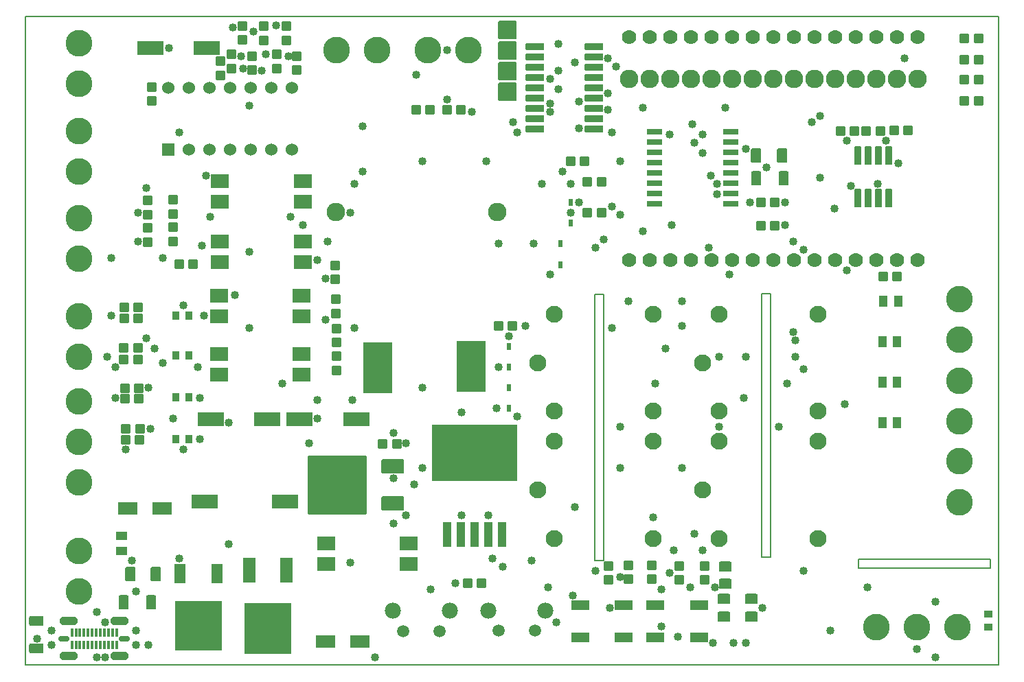
<source format=gbr>
G04 PROTEUS GERBER X2 FILE*
%TF.GenerationSoftware,Labcenter,Proteus,8.11-SP0-Build30052*%
%TF.CreationDate,2021-11-08T23:16:57+00:00*%
%TF.FileFunction,Soldermask,Top*%
%TF.FilePolarity,Negative*%
%TF.Part,Single*%
%TF.SameCoordinates,{af5e3d67-cc9f-4e8b-9fcc-2bf036155207}*%
%FSLAX45Y45*%
%MOMM*%
G01*
%TA.AperFunction,Material*%
%ADD58C,1.016000*%
%TA.AperFunction,Material*%
%ADD59C,1.778000*%
%TA.AperFunction,Material*%
%ADD60C,2.286000*%
%AMPPAD055*
4,1,36,
-1.143000,-1.016000,
-1.143000,1.016000,
-1.140470,1.041970,
-1.133200,1.065980,
-1.121650,1.087580,
-1.106290,1.106290,
-1.087570,1.121650,
-1.065980,1.133200,
-1.041970,1.140470,
-1.016000,1.143000,
1.016000,1.143000,
1.041970,1.140470,
1.065980,1.133200,
1.087570,1.121650,
1.106290,1.106290,
1.121650,1.087580,
1.133200,1.065980,
1.140470,1.041970,
1.143000,1.016000,
1.143000,-1.016000,
1.140470,-1.041970,
1.133200,-1.065980,
1.121650,-1.087580,
1.106290,-1.106290,
1.087570,-1.121650,
1.065980,-1.133200,
1.041970,-1.140470,
1.016000,-1.143000,
-1.016000,-1.143000,
-1.041970,-1.140470,
-1.065980,-1.133200,
-1.087570,-1.121650,
-1.106290,-1.106290,
-1.121650,-1.087580,
-1.133200,-1.065980,
-1.140470,-1.041970,
-1.143000,-1.016000,
0*%
%TA.AperFunction,Material*%
%ADD61PPAD055*%
%TA.AperFunction,Material*%
%ADD62C,3.302000*%
%TA.AperFunction,Material*%
%ADD63C,2.100000*%
%AMPPAD058*
4,1,4,
-0.960000,0.325000,
0.960000,0.325000,
0.960000,-0.325000,
-0.960000,-0.325000,
-0.960000,0.325000,
0*%
%TA.AperFunction,Material*%
%ADD64PPAD058*%
%AMPPAD059*
4,1,36,
0.317500,-1.143000,
-0.317500,-1.143000,
-0.343470,-1.140470,
-0.367480,-1.133200,
-0.389080,-1.121650,
-0.407790,-1.106290,
-0.423150,-1.087570,
-0.434700,-1.065980,
-0.441970,-1.041970,
-0.444500,-1.016000,
-0.444500,1.016000,
-0.441970,1.041970,
-0.434700,1.065980,
-0.423150,1.087570,
-0.407790,1.106290,
-0.389080,1.121650,
-0.367480,1.133200,
-0.343470,1.140470,
-0.317500,1.143000,
0.317500,1.143000,
0.343470,1.140470,
0.367480,1.133200,
0.389080,1.121650,
0.407790,1.106290,
0.423150,1.087570,
0.434700,1.065980,
0.441970,1.041970,
0.444500,1.016000,
0.444500,-1.016000,
0.441970,-1.041970,
0.434700,-1.065980,
0.423150,-1.087570,
0.407790,-1.106290,
0.389080,-1.121650,
0.367480,-1.133200,
0.343470,-1.140470,
0.317500,-1.143000,
0*%
%TA.AperFunction,Material*%
%ADD65PPAD059*%
%AMPPAD060*
4,1,36,
1.143000,0.317500,
1.143000,-0.317500,
1.140470,-0.343470,
1.133200,-0.367480,
1.121650,-0.389080,
1.106290,-0.407790,
1.087570,-0.423150,
1.065980,-0.434700,
1.041970,-0.441970,
1.016000,-0.444500,
-1.016000,-0.444500,
-1.041970,-0.441970,
-1.065980,-0.434700,
-1.087570,-0.423150,
-1.106290,-0.407790,
-1.121650,-0.389080,
-1.133200,-0.367480,
-1.140470,-0.343470,
-1.143000,-0.317500,
-1.143000,0.317500,
-1.140470,0.343470,
-1.133200,0.367480,
-1.121650,0.389080,
-1.106290,0.407790,
-1.087570,0.423150,
-1.065980,0.434700,
-1.041970,0.441970,
-1.016000,0.444500,
1.016000,0.444500,
1.041970,0.441970,
1.065980,0.434700,
1.087570,0.423150,
1.106290,0.407790,
1.121650,0.389080,
1.133200,0.367480,
1.140470,0.343470,
1.143000,0.317500,
0*%
%TA.AperFunction,Material*%
%ADD66PPAD060*%
%AMPPAD061*
4,1,36,
-1.397000,-0.762000,
-1.397000,0.762000,
-1.394470,0.787970,
-1.387200,0.811980,
-1.375650,0.833580,
-1.360290,0.852290,
-1.341570,0.867650,
-1.319980,0.879200,
-1.295970,0.886470,
-1.270000,0.889000,
1.270000,0.889000,
1.295970,0.886470,
1.319980,0.879200,
1.341570,0.867650,
1.360290,0.852290,
1.375650,0.833580,
1.387200,0.811980,
1.394470,0.787970,
1.397000,0.762000,
1.397000,-0.762000,
1.394470,-0.787970,
1.387200,-0.811980,
1.375650,-0.833580,
1.360290,-0.852290,
1.341570,-0.867650,
1.319980,-0.879200,
1.295970,-0.886470,
1.270000,-0.889000,
-1.270000,-0.889000,
-1.295970,-0.886470,
-1.319980,-0.879200,
-1.341570,-0.867650,
-1.360290,-0.852290,
-1.375650,-0.833580,
-1.387200,-0.811980,
-1.394470,-0.787970,
-1.397000,-0.762000,
0*%
%TA.AperFunction,Material*%
%ADD67PPAD061*%
%AMPPAD062*
4,1,36,
-3.619500,-3.492500,
-3.619500,3.492500,
-3.616970,3.518470,
-3.609700,3.542480,
-3.598150,3.564080,
-3.582790,3.582790,
-3.564070,3.598150,
-3.542480,3.609700,
-3.518470,3.616970,
-3.492500,3.619500,
3.492500,3.619500,
3.518470,3.616970,
3.542480,3.609700,
3.564070,3.598150,
3.582790,3.582790,
3.598150,3.564080,
3.609700,3.542480,
3.616970,3.518470,
3.619500,3.492500,
3.619500,-3.492500,
3.616970,-3.518470,
3.609700,-3.542480,
3.598150,-3.564080,
3.582790,-3.582790,
3.564070,-3.598150,
3.542480,-3.609700,
3.518470,-3.616970,
3.492500,-3.619500,
-3.492500,-3.619500,
-3.518470,-3.616970,
-3.542480,-3.609700,
-3.564070,-3.598150,
-3.582790,-3.582790,
-3.598150,-3.564080,
-3.609700,-3.542480,
-3.616970,-3.518470,
-3.619500,-3.492500,
0*%
%ADD68PPAD062*%
%AMPPAD063*
4,1,4,
-1.100000,0.850000,
1.100000,0.850000,
1.100000,-0.850000,
-1.100000,-0.850000,
-1.100000,0.850000,
0*%
%TA.AperFunction,Material*%
%ADD69PPAD063*%
%AMPPAD064*
4,1,36,
-0.444500,0.571500,
0.444500,0.571500,
0.470470,0.568970,
0.494480,0.561700,
0.516080,0.550150,
0.534790,0.534790,
0.550150,0.516070,
0.561700,0.494480,
0.568970,0.470470,
0.571500,0.444500,
0.571500,-0.444500,
0.568970,-0.470470,
0.561700,-0.494480,
0.550150,-0.516070,
0.534790,-0.534790,
0.516080,-0.550150,
0.494480,-0.561700,
0.470470,-0.568970,
0.444500,-0.571500,
-0.444500,-0.571500,
-0.470470,-0.568970,
-0.494480,-0.561700,
-0.516080,-0.550150,
-0.534790,-0.534790,
-0.550150,-0.516070,
-0.561700,-0.494480,
-0.568970,-0.470470,
-0.571500,-0.444500,
-0.571500,0.444500,
-0.568970,0.470470,
-0.561700,0.494480,
-0.550150,0.516070,
-0.534790,0.534790,
-0.516080,0.550150,
-0.494480,0.561700,
-0.470470,0.568970,
-0.444500,0.571500,
0*%
%TA.AperFunction,Material*%
%ADD74PPAD064*%
%AMPPAD065*
4,1,36,
-0.571500,-0.444500,
-0.571500,0.444500,
-0.568970,0.470470,
-0.561700,0.494480,
-0.550150,0.516080,
-0.534790,0.534790,
-0.516070,0.550150,
-0.494480,0.561700,
-0.470470,0.568970,
-0.444500,0.571500,
0.444500,0.571500,
0.470470,0.568970,
0.494480,0.561700,
0.516070,0.550150,
0.534790,0.534790,
0.550150,0.516080,
0.561700,0.494480,
0.568970,0.470470,
0.571500,0.444500,
0.571500,-0.444500,
0.568970,-0.470470,
0.561700,-0.494480,
0.550150,-0.516080,
0.534790,-0.534790,
0.516070,-0.550150,
0.494480,-0.561700,
0.470470,-0.568970,
0.444500,-0.571500,
-0.444500,-0.571500,
-0.470470,-0.568970,
-0.494480,-0.561700,
-0.516070,-0.550150,
-0.534790,-0.534790,
-0.550150,-0.516080,
-0.561700,-0.494480,
-0.568970,-0.470470,
-0.571500,-0.444500,
0*%
%ADD75PPAD065*%
%AMPPAD066*
4,1,36,
-0.635000,0.762000,
0.635000,0.762000,
0.660970,0.759470,
0.684980,0.752200,
0.706580,0.740650,
0.725290,0.725290,
0.740650,0.706570,
0.752200,0.684980,
0.759470,0.660970,
0.762000,0.635000,
0.762000,-0.635000,
0.759470,-0.660970,
0.752200,-0.684980,
0.740650,-0.706570,
0.725290,-0.725290,
0.706580,-0.740650,
0.684980,-0.752200,
0.660970,-0.759470,
0.635000,-0.762000,
-0.635000,-0.762000,
-0.660970,-0.759470,
-0.684980,-0.752200,
-0.706580,-0.740650,
-0.725290,-0.725290,
-0.740650,-0.706570,
-0.752200,-0.684980,
-0.759470,-0.660970,
-0.762000,-0.635000,
-0.762000,0.635000,
-0.759470,0.660970,
-0.752200,0.684980,
-0.740650,0.706570,
-0.725290,0.725290,
-0.706580,0.740650,
-0.684980,0.752200,
-0.660970,0.759470,
-0.635000,0.762000,
0*%
%TA.AperFunction,Material*%
%ADD76PPAD066*%
%ADD77C,1.524000*%
%AMPPAD068*
4,1,4,
0.444500,-0.469900,
-0.444500,-0.469900,
-0.444500,0.469900,
0.444500,0.469900,
0.444500,-0.469900,
0*%
%TA.AperFunction,Material*%
%ADD78PPAD068*%
%AMPPAD069*
4,1,36,
0.444500,-0.889000,
-0.444500,-0.889000,
-0.470470,-0.886470,
-0.494480,-0.879200,
-0.516080,-0.867650,
-0.534790,-0.852290,
-0.550150,-0.833570,
-0.561700,-0.811980,
-0.568970,-0.787970,
-0.571500,-0.762000,
-0.571500,0.762000,
-0.568970,0.787970,
-0.561700,0.811980,
-0.550150,0.833570,
-0.534790,0.852290,
-0.516080,0.867650,
-0.494480,0.879200,
-0.470470,0.886470,
-0.444500,0.889000,
0.444500,0.889000,
0.470470,0.886470,
0.494480,0.879200,
0.516080,0.867650,
0.534790,0.852290,
0.550150,0.833570,
0.561700,0.811980,
0.568970,0.787970,
0.571500,0.762000,
0.571500,-0.762000,
0.568970,-0.787970,
0.561700,-0.811980,
0.550150,-0.833570,
0.534790,-0.852290,
0.516080,-0.867650,
0.494480,-0.879200,
0.470470,-0.886470,
0.444500,-0.889000,
0*%
%ADD79PPAD069*%
%AMPPAD070*
4,1,4,
-0.495300,0.698500,
0.495300,0.698500,
0.495300,-0.698500,
-0.495300,-0.698500,
-0.495300,0.698500,
0*%
%ADD80PPAD070*%
%AMPPAD071*
4,1,4,
0.469900,0.444500,
0.469900,-0.444500,
-0.469900,-0.444500,
-0.469900,0.444500,
0.469900,0.444500,
0*%
%ADD81PPAD071*%
%AMPPAD072*
4,1,4,
0.700000,-1.145000,
-0.700000,-1.145000,
-0.700000,1.145000,
0.700000,1.145000,
0.700000,-1.145000,
0*%
%TA.AperFunction,Material*%
%ADD82PPAD072*%
%AMPPAD073*
4,1,4,
2.845000,-3.090000,
-2.845000,-3.090000,
-2.845000,3.090000,
2.845000,3.090000,
2.845000,-3.090000,
0*%
%ADD83PPAD073*%
%AMPPAD074*
4,1,4,
0.520700,-1.498600,
-0.520700,-1.498600,
-0.520700,1.498600,
0.520700,1.498600,
0.520700,-1.498600,
0*%
%TA.AperFunction,Material*%
%ADD84PPAD074*%
%AMPPAD075*
4,1,4,
-5.245100,-3.454400,
-5.245100,3.454400,
5.245100,3.454400,
5.245100,-3.454400,
-5.245100,-3.454400,
0*%
%ADD85PPAD075*%
%AMPPAD076*
4,1,36,
-0.508000,0.889000,
0.508000,0.889000,
0.533970,0.886470,
0.557980,0.879200,
0.579580,0.867650,
0.598290,0.852290,
0.613650,0.833570,
0.625200,0.811980,
0.632470,0.787970,
0.635000,0.762000,
0.635000,-0.762000,
0.632470,-0.787970,
0.625200,-0.811980,
0.613650,-0.833570,
0.598290,-0.852290,
0.579580,-0.867650,
0.557980,-0.879200,
0.533970,-0.886470,
0.508000,-0.889000,
-0.508000,-0.889000,
-0.533970,-0.886470,
-0.557980,-0.879200,
-0.579580,-0.867650,
-0.598290,-0.852290,
-0.613650,-0.833570,
-0.625200,-0.811980,
-0.632470,-0.787970,
-0.635000,-0.762000,
-0.635000,0.762000,
-0.632470,0.787970,
-0.625200,0.811980,
-0.613650,0.833570,
-0.598290,0.852290,
-0.579580,0.867650,
-0.557980,0.879200,
-0.533970,0.886470,
-0.508000,0.889000,
0*%
%TA.AperFunction,Material*%
%ADD86PPAD076*%
%AMPPAD077*
4,1,36,
-1.627000,-0.700000,
-1.627000,0.700000,
-1.624470,0.725970,
-1.617200,0.749980,
-1.605650,0.771580,
-1.590290,0.790290,
-1.571570,0.805650,
-1.549980,0.817200,
-1.525970,0.824470,
-1.500000,0.827000,
1.500000,0.827000,
1.525970,0.824470,
1.549980,0.817200,
1.571570,0.805650,
1.590290,0.790290,
1.605650,0.771580,
1.617200,0.749980,
1.624470,0.725970,
1.627000,0.700000,
1.627000,-0.700000,
1.624470,-0.725970,
1.617200,-0.749980,
1.605650,-0.771580,
1.590290,-0.790290,
1.571570,-0.805650,
1.549980,-0.817200,
1.525970,-0.824470,
1.500000,-0.827000,
-1.500000,-0.827000,
-1.525970,-0.824470,
-1.549980,-0.817200,
-1.571570,-0.805650,
-1.590290,-0.790290,
-1.605650,-0.771580,
-1.617200,-0.749980,
-1.624470,-0.725970,
-1.627000,-0.700000,
0*%
%ADD87PPAD077*%
%AMPPAD078*
4,1,4,
-0.800000,-1.500000,
-0.800000,1.500000,
0.800000,1.500000,
0.800000,-1.500000,
-0.800000,-1.500000,
0*%
%TA.AperFunction,Material*%
%ADD88PPAD078*%
%AMPPAD079*
4,1,4,
-2.900000,-3.100000,
-2.900000,3.100000,
2.900000,3.100000,
2.900000,-3.100000,
-2.900000,-3.100000,
0*%
%ADD89PPAD079*%
%AMPPAD080*
4,1,4,
-0.698500,-0.495300,
-0.698500,0.495300,
0.698500,0.495300,
0.698500,-0.495300,
-0.698500,-0.495300,
0*%
%TA.AperFunction,Material*%
%ADD90PPAD080*%
%AMPPAD081*
4,1,36,
1.650000,-3.127000,
-1.650000,-3.127000,
-1.675970,-3.124470,
-1.699980,-3.117200,
-1.721580,-3.105650,
-1.740290,-3.090290,
-1.755650,-3.071570,
-1.767200,-3.049980,
-1.774470,-3.025970,
-1.777000,-3.000000,
-1.777000,3.000000,
-1.774470,3.025970,
-1.767200,3.049980,
-1.755650,3.071570,
-1.740290,3.090290,
-1.721580,3.105650,
-1.699980,3.117200,
-1.675970,3.124470,
-1.650000,3.127000,
1.650000,3.127000,
1.675970,3.124470,
1.699980,3.117200,
1.721580,3.105650,
1.740290,3.090290,
1.755650,3.071570,
1.767200,3.049980,
1.774470,3.025970,
1.777000,3.000000,
1.777000,-3.000000,
1.774470,-3.025970,
1.767200,-3.049980,
1.755650,-3.071570,
1.740290,-3.090290,
1.721580,-3.105650,
1.699980,-3.117200,
1.675970,-3.124470,
1.650000,-3.127000,
0*%
%ADD91PPAD081*%
%AMPPAD082*
4,1,4,
1.175000,-0.775000,
-1.175000,-0.775000,
-1.175000,0.775000,
1.175000,0.775000,
1.175000,-0.775000,
0*%
%ADD92PPAD082*%
%AMPPAD083*
4,1,36,
0.762000,0.508000,
0.762000,-0.508000,
0.759470,-0.533970,
0.752200,-0.557980,
0.740650,-0.579580,
0.725290,-0.598290,
0.706570,-0.613650,
0.684980,-0.625200,
0.660970,-0.632470,
0.635000,-0.635000,
-0.635000,-0.635000,
-0.660970,-0.632470,
-0.684980,-0.625200,
-0.706570,-0.613650,
-0.725290,-0.598290,
-0.740650,-0.579580,
-0.752200,-0.557980,
-0.759470,-0.533970,
-0.762000,-0.508000,
-0.762000,0.508000,
-0.759470,0.533970,
-0.752200,0.557980,
-0.740650,0.579580,
-0.725290,0.598290,
-0.706570,0.613650,
-0.684980,0.625200,
-0.660970,0.632470,
-0.635000,0.635000,
0.635000,0.635000,
0.660970,0.632470,
0.684980,0.625200,
0.706570,0.613650,
0.725290,0.598290,
0.740650,0.579580,
0.752200,0.557980,
0.759470,0.533970,
0.762000,0.508000,
0*%
%ADD93PPAD083*%
%TA.AperFunction,Material*%
%ADD94C,1.520000*%
%ADD95C,1.980000*%
%AMPPAD086*
4,1,36,
-1.127000,-0.500000,
-1.127000,0.500000,
-1.124470,0.525970,
-1.117200,0.549980,
-1.105650,0.571580,
-1.090290,0.590290,
-1.071570,0.605650,
-1.049980,0.617200,
-1.025970,0.624470,
-1.000000,0.627000,
1.000000,0.627000,
1.025970,0.624470,
1.049980,0.617200,
1.071570,0.605650,
1.090290,0.590290,
1.105650,0.571580,
1.117200,0.549980,
1.124470,0.525970,
1.127000,0.500000,
1.127000,-0.500000,
1.124470,-0.525970,
1.117200,-0.549980,
1.105650,-0.571580,
1.090290,-0.590290,
1.071570,-0.605650,
1.049980,-0.617200,
1.025970,-0.624470,
1.000000,-0.627000,
-1.000000,-0.627000,
-1.025970,-0.624470,
-1.049980,-0.617200,
-1.071570,-0.605650,
-1.090290,-0.590290,
-1.105650,-0.571580,
-1.117200,-0.549980,
-1.124470,-0.525970,
-1.127000,-0.500000,
0*%
%ADD96PPAD086*%
%AMPPAD087*
4,1,36,
-0.889000,-0.444500,
-0.889000,0.444500,
-0.886470,0.470470,
-0.879200,0.494480,
-0.867650,0.516080,
-0.852290,0.534790,
-0.833570,0.550150,
-0.811980,0.561700,
-0.787970,0.568970,
-0.762000,0.571500,
0.762000,0.571500,
0.787970,0.568970,
0.811980,0.561700,
0.833570,0.550150,
0.852290,0.534790,
0.867650,0.516080,
0.879200,0.494480,
0.886470,0.470470,
0.889000,0.444500,
0.889000,-0.444500,
0.886470,-0.470470,
0.879200,-0.494480,
0.867650,-0.516080,
0.852290,-0.534790,
0.833570,-0.550150,
0.811980,-0.561700,
0.787970,-0.568970,
0.762000,-0.571500,
-0.762000,-0.571500,
-0.787970,-0.568970,
-0.811980,-0.561700,
-0.833570,-0.550150,
-0.852290,-0.534790,
-0.867650,-0.516080,
-0.879200,-0.494480,
-0.886470,-0.470470,
-0.889000,-0.444500,
0*%
%TA.AperFunction,Material*%
%ADD97PPAD087*%
%AMPPAD088*
4,1,4,
-0.150000,0.475000,
0.150000,0.475000,
0.150000,-0.475000,
-0.150000,-0.475000,
-0.150000,0.475000,
0*%
%TA.AperFunction,Material*%
%ADD98PPAD088*%
%AMPPAD089*
4,1,34,
-0.550010,0.550000,
0.550010,0.550000,
0.662460,0.539060,
0.766460,0.507570,
0.859980,0.457550,
0.941020,0.391020,
1.007550,0.309980,
1.057570,0.216460,
1.089060,0.112460,
1.100000,-0.000010,
1.089060,-0.112460,
1.057570,-0.216460,
1.007550,-0.309980,
0.941020,-0.391020,
0.859980,-0.457550,
0.766460,-0.507570,
0.662460,-0.539060,
0.550010,-0.550000,
-0.550010,-0.550000,
-0.662460,-0.539060,
-0.766460,-0.507570,
-0.859980,-0.457550,
-0.941020,-0.391020,
-1.007550,-0.309980,
-1.057570,-0.216460,
-1.089060,-0.112460,
-1.100000,0.000010,
-1.089060,0.112460,
-1.057570,0.216460,
-1.007550,0.309980,
-0.941020,0.391020,
-0.859980,0.457550,
-0.766460,0.507570,
-0.662460,0.539060,
-0.550010,0.550000,
0*%
%ADD99PPAD089*%
%AMPPAD090*
4,1,34,
-0.350010,0.350000,
0.350010,0.350000,
0.421570,0.343040,
0.487750,0.323000,
0.547260,0.291170,
0.598830,0.248830,
0.641170,0.197260,
0.673000,0.137750,
0.693040,0.071570,
0.700000,-0.000010,
0.693040,-0.071570,
0.673000,-0.137750,
0.641170,-0.197260,
0.598830,-0.248830,
0.547260,-0.291170,
0.487750,-0.323000,
0.421570,-0.343040,
0.350010,-0.350000,
-0.350010,-0.350000,
-0.421570,-0.343040,
-0.487750,-0.323000,
-0.547260,-0.291170,
-0.598830,-0.248830,
-0.641170,-0.197260,
-0.673000,-0.137750,
-0.693040,-0.071570,
-0.700000,0.000010,
-0.693040,0.071570,
-0.673000,0.137750,
-0.641170,0.197260,
-0.598830,0.248830,
-0.547260,0.291170,
-0.487750,0.323000,
-0.421570,0.343040,
-0.350010,0.350000,
0*%
%ADD100PPAD090*%
%AMPPAD091*
4,1,4,
0.279400,-0.444500,
-0.279400,-0.444500,
-0.279400,0.444500,
0.279400,0.444500,
0.279400,-0.444500,
0*%
%TA.AperFunction,Material*%
%ADD101PPAD091*%
%TA.AperFunction,Profile*%
%ADD49C,0.203200*%
%TD.AperFunction*%
D58*
X+1955800Y+4445000D03*
X+1524000Y+3429000D03*
X+2133600Y+3683000D03*
X+1549400Y+2921000D03*
X+2184400Y+5181600D03*
X+1600200Y+3911600D03*
X+3429000Y+5435600D03*
X+3251200Y+7518400D03*
X+3175000Y+3479800D03*
X+2971800Y+7543800D03*
X+1701800Y+3733800D03*
X+2667000Y+7518400D03*
X+5003800Y+939800D03*
X+5384800Y+3124200D03*
X+5384800Y+1854200D03*
X+7035800Y+1168400D03*
X+6781800Y+1955800D03*
X+6172200Y+4191000D03*
X+10109200Y+3225800D03*
X+9601200Y+3657600D03*
X+9601200Y+1168400D03*
X+6756400Y+863600D03*
X+5765800Y+1320800D03*
X+6553200Y+533400D03*
X+7950200Y+1143000D03*
X+7340600Y+5562600D03*
X+7340600Y+6223000D03*
X+6451600Y+965200D03*
X+7442200Y+4495800D03*
X+8102600Y+4495800D03*
X+9601200Y+5130800D03*
X+9804400Y+6781800D03*
X+9804400Y+6019800D03*
X+889000Y+101600D03*
X+889000Y+660400D03*
X+152400Y+330200D03*
X+990600Y+101600D03*
X+990600Y+533400D03*
X+2235200Y+6045200D03*
X+1828800Y+3048000D03*
X+2514600Y+2997200D03*
X+2514600Y+1498600D03*
X+2768600Y+5105400D03*
X+4064000Y+4165600D03*
X+3733800Y+5232400D03*
X+2768600Y+4165600D03*
X+4699000Y+1854200D03*
X+4699000Y+2743200D03*
X+2590800Y+4572000D03*
X+7975600Y+5435600D03*
X+7950200Y+6553200D03*
X+1498600Y+4038600D03*
X+1905000Y+1320800D03*
X+5842000Y+5207000D03*
X+7340600Y+1092200D03*
X+1117600Y+3302000D03*
X+5842000Y+3683000D03*
X+7340600Y+2438400D03*
X+8102600Y+2438400D03*
X+6273800Y+5207000D03*
X+1117600Y+3683000D03*
X+6477000Y+7239000D03*
X+1955800Y+2667000D03*
X+5816600Y+3175000D03*
X+8204200Y+965200D03*
X+1244600Y+2667000D03*
X+8636000Y+6883400D03*
X+7620000Y+6883400D03*
X+7620000Y+5359400D03*
X+4013200Y+5588000D03*
X+8890000Y+6375400D03*
X+9144000Y+6146800D03*
X+6832600Y+6629400D03*
X+7035800Y+5156200D03*
X+8432800Y+5156200D03*
X+9474200Y+5232400D03*
X+7188200Y+6858000D03*
X+7137400Y+5257800D03*
X+7239000Y+4165600D03*
X+8102600Y+4191000D03*
X+8051800Y+355600D03*
X+8229600Y+6680200D03*
X+2921000Y+7340600D03*
X+2565400Y+7874000D03*
X+6477000Y+6934200D03*
X+6375400Y+5943600D03*
X+4064000Y+5943600D03*
X+8001000Y+1422400D03*
X+8356600Y+1422400D03*
X+9499600Y+3810000D03*
X+9499600Y+4013200D03*
X+7239000Y+6578600D03*
X+7239000Y+5664200D03*
X+9982200Y+5638800D03*
X+1066800Y+4318000D03*
X+1016000Y+3810000D03*
X+7899400Y+3911600D03*
X+7213600Y+711200D03*
X+330200Y+254000D03*
X+1371600Y+254000D03*
X+1371600Y+914400D03*
X+4038600Y+3276600D03*
X+6781800Y+7442200D03*
X+5207000Y+7594600D03*
X+8458200Y+6045200D03*
X+1701800Y+5029200D03*
X+1066800Y+5029200D03*
X+4546600Y+2870200D03*
X+3606800Y+3276600D03*
X+4546600Y+2311400D03*
X+1320800Y+1295400D03*
X+1524000Y+254000D03*
X+4546600Y+1752600D03*
X+2286000Y+5537200D03*
X+3505200Y+2743200D03*
X+3708400Y+4267200D03*
X+1371600Y+431800D03*
X+10515600Y+5943600D03*
X+3276600Y+5537200D03*
X+330200Y+431800D03*
X+3606800Y+3048000D03*
X+2159000Y+2794000D03*
X+2159000Y+3302000D03*
X+3708400Y+4775200D03*
X+2209800Y+4318000D03*
X+3606800Y+5003800D03*
X+8534400Y+5943600D03*
X+8534400Y+5816600D03*
X+8356600Y+6324600D03*
X+8940800Y+5715000D03*
X+4902200Y+2438400D03*
X+8890000Y+279400D03*
X+5892800Y+1219200D03*
X+6248400Y+1295400D03*
X+7848600Y+482600D03*
X+10998200Y+203200D03*
X+7848600Y+939800D03*
X+4826000Y+7289800D03*
X+7772400Y+3479800D03*
X+10134600Y+4876800D03*
X+4800600Y+2235200D03*
X+10388600Y+965200D03*
X+9296400Y+2946400D03*
X+8890000Y+3810000D03*
X+8559800Y+3810000D03*
X+5969000Y+4064000D03*
X+6070600Y+6578600D03*
X+9398000Y+3479800D03*
X+8864600Y+3302000D03*
X+6019800Y+6705600D03*
X+6477000Y+6832600D03*
X+6477000Y+4826000D03*
X+8686800Y+4826000D03*
X+9474200Y+4114800D03*
X+7340600Y+2946400D03*
X+8559800Y+2946400D03*
X+6578600Y+7112000D03*
X+6731000Y+5588000D03*
X+5511800Y+6832600D03*
X+9093200Y+711200D03*
X+8737600Y+279400D03*
X+8483600Y+279400D03*
X+3098800Y+7899400D03*
X+6578600Y+7340600D03*
X+6578600Y+7670800D03*
X+1905000Y+6578600D03*
X+9702800Y+6705600D03*
X+7289800Y+7391400D03*
X+7188200Y+7061200D03*
X+6832600Y+6959600D03*
X+8356600Y+6553200D03*
X+10617200Y+6477000D03*
X+10134600Y+6477000D03*
X+2819400Y+7823200D03*
X+7188200Y+7493000D03*
X+6629400Y+6096000D03*
X+4165600Y+6096000D03*
X+10845800Y+7493000D03*
X+2692400Y+7366000D03*
X+4902200Y+6223000D03*
X+10769600Y+6197600D03*
X+10185400Y+5918200D03*
X+6832600Y+5715000D03*
X+8255000Y+6451600D03*
X+4902200Y+3429000D03*
X+1778000Y+7620000D03*
X+9372600Y+5435600D03*
X+5308600Y+1016000D03*
X+6070600Y+3073400D03*
X+5689600Y+6223000D03*
X+6731000Y+5943600D03*
X+9372600Y+5715000D03*
X+1397000Y+5588000D03*
X+1397000Y+5232400D03*
X+5715000Y+1854200D03*
X+5207000Y+6985000D03*
X+4165600Y+6654800D03*
X+2768600Y+6908800D03*
X+1498600Y+5892800D03*
X+7747000Y+1828800D03*
X+8255000Y+1625600D03*
X+4013200Y+1270000D03*
X+4318000Y+101600D03*
X+11226800Y+101600D03*
X+11226800Y+787400D03*
X+8509000Y+965200D03*
X+9931400Y+431800D03*
D59*
X+11010000Y+7760000D03*
X+10756000Y+7760000D03*
X+10502000Y+7760000D03*
X+10248000Y+7760000D03*
X+9994000Y+7760000D03*
X+9740000Y+7760000D03*
X+9486000Y+7760000D03*
X+9232000Y+7760000D03*
X+8978000Y+7760000D03*
X+8724000Y+7760000D03*
X+8470000Y+7760000D03*
X+8216000Y+7760000D03*
X+7962000Y+7760000D03*
X+7708000Y+7760000D03*
X+7454000Y+7760000D03*
X+7454000Y+5010000D03*
X+7708000Y+5010000D03*
X+7962000Y+5010000D03*
X+8216000Y+5010000D03*
X+8470000Y+5010000D03*
X+8724000Y+5010000D03*
X+8978000Y+5010000D03*
X+9232000Y+5010000D03*
X+9486000Y+5010000D03*
X+9740000Y+5010000D03*
X+9994000Y+5010000D03*
X+10248000Y+5010000D03*
X+10502000Y+5010000D03*
X+10756000Y+5010000D03*
X+11010000Y+5010000D03*
D60*
X+11014000Y+7240000D03*
X+10760000Y+7240000D03*
X+10506000Y+7240000D03*
X+10252000Y+7240000D03*
X+9998000Y+7240000D03*
X+9744000Y+7240000D03*
X+9490000Y+7240000D03*
X+9236000Y+7240000D03*
X+8982000Y+7240000D03*
X+8728000Y+7240000D03*
X+8474000Y+7240000D03*
X+8220000Y+7240000D03*
X+7966000Y+7240000D03*
X+7712000Y+7240000D03*
X+7458000Y+7240000D03*
D61*
X+5960000Y+7078000D03*
X+5960000Y+7332000D03*
X+5960000Y+7586000D03*
X+5960000Y+7840000D03*
D62*
X+670000Y+5019240D03*
X+670000Y+5519620D03*
X+670000Y+6099240D03*
X+670000Y+6599620D03*
X+670000Y+7179240D03*
X+670000Y+7679620D03*
X+11530000Y+4520380D03*
X+11530000Y+4020000D03*
X+11530000Y+3519620D03*
X+11530000Y+3019240D03*
X+11530000Y+2521400D03*
X+11530000Y+2021020D03*
D63*
X+8560000Y+3140000D03*
X+9780000Y+3140000D03*
X+9780000Y+4340000D03*
X+8560000Y+4340000D03*
X+8360000Y+3740000D03*
X+6530000Y+3140000D03*
X+7750000Y+3140000D03*
X+7750000Y+4340000D03*
X+6530000Y+4340000D03*
X+6330000Y+3740000D03*
X+6530000Y+1570000D03*
X+7750000Y+1570000D03*
X+7750000Y+2770000D03*
X+6530000Y+2770000D03*
X+6330000Y+2170000D03*
D64*
X+7770000Y+6587000D03*
X+7770000Y+6460000D03*
X+7770000Y+6333000D03*
X+7770000Y+6206000D03*
X+7770000Y+6079000D03*
X+7770000Y+5952000D03*
X+7770000Y+5825000D03*
X+7770000Y+5698000D03*
X+8712000Y+5698000D03*
X+8712000Y+5825000D03*
X+8712000Y+5952000D03*
X+8712000Y+6079000D03*
X+8712000Y+6206000D03*
X+8712000Y+6333000D03*
X+8712000Y+6460000D03*
X+8712000Y+6587000D03*
D65*
X+10276000Y+5769300D03*
X+10403000Y+5769300D03*
X+10530000Y+5769300D03*
X+10657000Y+5769300D03*
X+10657000Y+6290000D03*
X+10530000Y+6290000D03*
X+10403000Y+6290000D03*
X+10276000Y+6290000D03*
D66*
X+7020000Y+6624000D03*
X+7020000Y+6751000D03*
X+7020000Y+6878000D03*
X+7020000Y+7005000D03*
X+7020000Y+7132000D03*
X+7020000Y+7259000D03*
X+7020000Y+7386000D03*
X+7020000Y+7513000D03*
X+7020000Y+7640000D03*
X+6296100Y+7640000D03*
X+6296100Y+7513000D03*
X+6296100Y+7386000D03*
X+6296100Y+7259000D03*
X+6296100Y+7132000D03*
X+6296100Y+7005000D03*
X+6296100Y+6878000D03*
X+6296100Y+6751000D03*
X+6296100Y+6624000D03*
D67*
X+4543130Y+2000000D03*
X+4543130Y+2457200D03*
D68*
X+3852250Y+2228600D03*
D69*
X+3720000Y+1510000D03*
X+3720000Y+1256000D03*
X+4740000Y+1256000D03*
X+4740000Y+1510000D03*
X+2410000Y+5980000D03*
X+2410000Y+5726000D03*
X+3430000Y+5726000D03*
X+3430000Y+5980000D03*
D74*
X+1230000Y+4419620D03*
X+1402720Y+4419620D03*
X+1227280Y+3919620D03*
X+1400000Y+3919620D03*
X+1240000Y+3419620D03*
X+1412720Y+3419620D03*
X+1250000Y+2919620D03*
X+1422720Y+2919620D03*
X+1402720Y+4289620D03*
X+1230000Y+4289620D03*
X+1400000Y+3779620D03*
X+1227280Y+3779620D03*
X+1410000Y+3299620D03*
X+1237280Y+3299620D03*
X+1420000Y+2789620D03*
X+1247280Y+2789620D03*
D69*
X+2410000Y+5237000D03*
X+2410000Y+4983000D03*
X+3430000Y+4983000D03*
X+3430000Y+5237000D03*
X+2400000Y+4567000D03*
X+2400000Y+4313000D03*
X+3420000Y+4313000D03*
X+3420000Y+4567000D03*
X+2400000Y+3847000D03*
X+2400000Y+3593000D03*
X+3420000Y+3593000D03*
X+3420000Y+3847000D03*
D75*
X+3840000Y+4347280D03*
X+3840000Y+4520000D03*
X+3850000Y+3647280D03*
X+3850000Y+3820000D03*
X+3830000Y+4767280D03*
X+3830000Y+4940000D03*
X+3850000Y+3987280D03*
X+3850000Y+4160000D03*
D76*
X+1776000Y+6368000D03*
D77*
X+2030000Y+6368000D03*
X+2284000Y+6368000D03*
X+2538000Y+6368000D03*
X+2792000Y+6368000D03*
X+3046000Y+6368000D03*
X+3300000Y+6368000D03*
X+3300000Y+7130000D03*
X+3046000Y+7130000D03*
X+2792000Y+7130000D03*
X+2538000Y+7130000D03*
X+2284000Y+7130000D03*
X+2030000Y+7130000D03*
X+1776000Y+7130000D03*
D78*
X+1870000Y+4320000D03*
X+2030000Y+4320000D03*
X+1870000Y+3830000D03*
X+2030000Y+3830000D03*
X+1870000Y+3310000D03*
X+2030000Y+3310000D03*
X+1870000Y+2800000D03*
X+2030000Y+2800000D03*
D75*
X+3360000Y+7522720D03*
X+3360000Y+7350000D03*
X+3110000Y+7542720D03*
X+3110000Y+7370000D03*
X+2810000Y+7522720D03*
X+2810000Y+7350000D03*
X+2550000Y+7542720D03*
X+2550000Y+7370000D03*
X+1830000Y+5750000D03*
X+1830000Y+5577280D03*
X+1830000Y+5410000D03*
X+1830000Y+5237280D03*
X+1520000Y+5400000D03*
X+1520000Y+5227280D03*
X+1520000Y+5740000D03*
X+1520000Y+5567280D03*
D74*
X+11590000Y+6970000D03*
X+11762720Y+6970000D03*
X+11590000Y+7230000D03*
X+11762720Y+7230000D03*
X+11590000Y+7480000D03*
X+11762720Y+7480000D03*
X+11590000Y+7740000D03*
X+11762720Y+7740000D03*
D75*
X+1570000Y+6967280D03*
X+1570000Y+7140000D03*
X+2690000Y+7720000D03*
X+2690000Y+7892720D03*
X+2950000Y+7717280D03*
X+2950000Y+7890000D03*
X+3230000Y+7717280D03*
X+3230000Y+7890000D03*
D74*
X+9250000Y+5430000D03*
X+9077280Y+5430000D03*
X+9250000Y+5720000D03*
X+9077280Y+5720000D03*
X+10377280Y+6600000D03*
X+10550000Y+6600000D03*
X+10060000Y+6600000D03*
X+10232720Y+6600000D03*
X+10720000Y+6610000D03*
X+10892720Y+6610000D03*
D79*
X+9360000Y+6010000D03*
X+9020000Y+6010000D03*
D80*
X+10760000Y+3000000D03*
X+10580000Y+3000000D03*
X+10760000Y+3500000D03*
X+10580000Y+3500000D03*
X+10760000Y+4000000D03*
X+10580000Y+4000000D03*
D81*
X+11880000Y+480000D03*
X+11880000Y+640000D03*
D82*
X+2376000Y+1140000D03*
D83*
X+2148000Y+496000D03*
D82*
X+1920000Y+1140000D03*
D84*
X+5210000Y+1620000D03*
X+5380000Y+1620000D03*
X+5550000Y+1620000D03*
X+5720000Y+1620000D03*
X+5890000Y+1620000D03*
D85*
X+5550000Y+2630000D03*
D86*
X+1310000Y+1130000D03*
X+1624960Y+1130000D03*
D87*
X+2220000Y+2030000D03*
X+3210000Y+2030000D03*
X+4090000Y+3040000D03*
X+3390000Y+3040000D03*
X+2250000Y+7620000D03*
X+1550000Y+7620000D03*
X+2297000Y+3041000D03*
X+2997000Y+3041000D03*
D60*
X+5830000Y+5600000D03*
X+3840000Y+5600000D03*
D88*
X+3226000Y+1180000D03*
D89*
X+2998000Y+462000D03*
D88*
X+2770000Y+1180000D03*
D90*
X+1200000Y+1600000D03*
X+1200000Y+1420000D03*
D91*
X+5510000Y+3690000D03*
X+4360000Y+3680000D03*
D92*
X+4140000Y+300000D03*
X+3710000Y+300000D03*
X+1270000Y+1940000D03*
X+1700000Y+1940000D03*
D93*
X+8620000Y+820000D03*
X+8620000Y+606640D03*
X+8640000Y+1220000D03*
X+8640000Y+1006640D03*
X+8960000Y+820000D03*
X+8960000Y+606640D03*
D74*
X+4417280Y+2740000D03*
X+4590000Y+2740000D03*
D75*
X+2420000Y+7460000D03*
X+2420000Y+7287280D03*
X+7730000Y+1070000D03*
X+7730000Y+1242720D03*
X+8070000Y+1057280D03*
X+8070000Y+1230000D03*
X+7450000Y+1067280D03*
X+7450000Y+1240000D03*
X+8390000Y+1230000D03*
X+8390000Y+1057280D03*
X+7200000Y+1230000D03*
X+7200000Y+1057280D03*
D62*
X+670000Y+919620D03*
X+670000Y+1420000D03*
D94*
X+4670000Y+430000D03*
X+5120000Y+430000D03*
D95*
X+4544000Y+679000D03*
X+5246000Y+679000D03*
D96*
X+6850000Y+350000D03*
X+7390000Y+350000D03*
X+7390000Y+750000D03*
X+6850000Y+750000D03*
D94*
X+5846000Y+431000D03*
X+6296000Y+431000D03*
D95*
X+5720000Y+680000D03*
X+6422000Y+680000D03*
D96*
X+7779000Y+346000D03*
X+8319000Y+346000D03*
X+8319000Y+746000D03*
X+7779000Y+746000D03*
D62*
X+4970000Y+7600000D03*
X+5470380Y+7600000D03*
X+3849620Y+7600000D03*
X+4350000Y+7600000D03*
D97*
X+150000Y+210000D03*
X+150000Y+550000D03*
D79*
X+1224551Y+780000D03*
X+1564551Y+780000D03*
D98*
X+585000Y+410000D03*
X+635000Y+410000D03*
X+684994Y+410000D03*
X+735000Y+410000D03*
X+785000Y+410000D03*
X+835000Y+410000D03*
X+885000Y+410000D03*
X+935000Y+410000D03*
X+985000Y+410000D03*
X+1035006Y+410000D03*
X+1085000Y+410000D03*
X+1135000Y+410000D03*
X+1135000Y+260000D03*
X+1085000Y+260000D03*
X+1035006Y+260000D03*
X+985000Y+260000D03*
X+935000Y+260000D03*
X+885000Y+260000D03*
X+835000Y+260000D03*
X+785000Y+260000D03*
X+735000Y+260000D03*
X+684994Y+260000D03*
X+635000Y+260000D03*
X+585000Y+260000D03*
D99*
X+550000Y+550000D03*
X+1170000Y+550000D03*
D100*
X+1235000Y+335000D03*
D99*
X+1170000Y+120000D03*
X+550000Y+120000D03*
D100*
X+485000Y+335000D03*
D62*
X+670000Y+3809620D03*
X+670000Y+4310000D03*
X+670000Y+2259620D03*
X+670000Y+2760000D03*
X+670000Y+3260380D03*
D63*
X+8560000Y+1570000D03*
X+9780000Y+1570000D03*
X+9780000Y+2770000D03*
X+8560000Y+2770000D03*
X+8360000Y+2170000D03*
D62*
X+11500380Y+480000D03*
X+11000000Y+480000D03*
X+10499620Y+480000D03*
D80*
X+10770000Y+4500000D03*
X+10590000Y+4500000D03*
D74*
X+10587280Y+4800000D03*
X+10760000Y+4800000D03*
D101*
X+5969000Y+3943000D03*
X+5969000Y+3683000D03*
X+5969000Y+3435000D03*
X+5969000Y+3175000D03*
X+6604000Y+4947000D03*
X+6604000Y+5207000D03*
X+6731000Y+5721000D03*
X+6731000Y+5461000D03*
D86*
X+9025040Y+6290000D03*
X+9340000Y+6290000D03*
D74*
X+5842000Y+4191000D03*
X+6014720Y+4191000D03*
X+6731000Y+6223000D03*
X+6903720Y+6223000D03*
X+7112000Y+5588000D03*
X+6939280Y+5588000D03*
X+5461000Y+1016000D03*
X+5633720Y+1016000D03*
X+7112000Y+5969000D03*
X+6939280Y+5969000D03*
X+5207000Y+6858000D03*
X+5379720Y+6858000D03*
X+4826000Y+6858000D03*
X+4998720Y+6858000D03*
X+1905000Y+4953000D03*
X+2077720Y+4953000D03*
D49*
X+10000Y+10000D02*
X+12010000Y+10000D01*
X+12010000Y+8010000D01*
X+10000Y+8010000D01*
X+10000Y+10000D01*
X+9090625Y+1343828D02*
X+9200625Y+1343828D01*
X+9200625Y+4593828D01*
X+9090625Y+4593828D01*
X+9090625Y+1343828D01*
X+7030625Y+1293828D02*
X+7140625Y+1293828D01*
X+7140625Y+4583828D01*
X+7030625Y+4583828D01*
X+7030625Y+1293828D01*
X+10285625Y+1208828D02*
X+11905625Y+1208828D01*
X+11905625Y+1318828D01*
X+10285625Y+1318828D01*
X+10285625Y+1208828D01*
M02*

</source>
